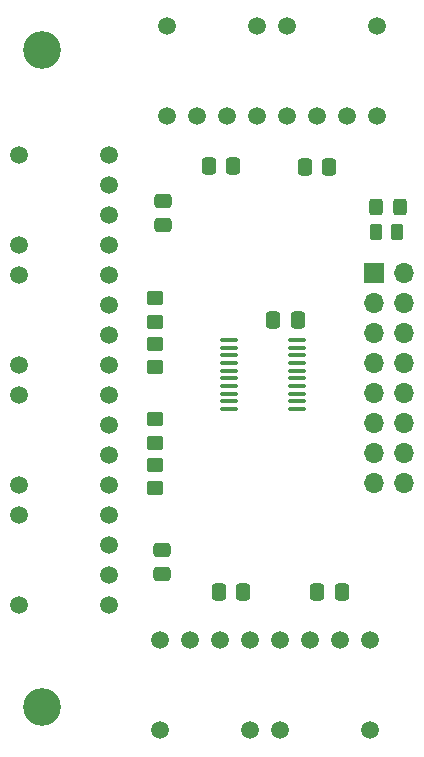
<source format=gts>
G04 #@! TF.GenerationSoftware,KiCad,Pcbnew,(6.0.6)*
G04 #@! TF.CreationDate,2022-08-29T16:25:24+02:00*
G04 #@! TF.ProjectId,optic-transceiver-board-2t6r,6f707469-632d-4747-9261-6e7363656976,rev?*
G04 #@! TF.SameCoordinates,Original*
G04 #@! TF.FileFunction,Soldermask,Top*
G04 #@! TF.FilePolarity,Negative*
%FSLAX46Y46*%
G04 Gerber Fmt 4.6, Leading zero omitted, Abs format (unit mm)*
G04 Created by KiCad (PCBNEW (6.0.6)) date 2022-08-29 16:25:24*
%MOMM*%
%LPD*%
G01*
G04 APERTURE LIST*
G04 Aperture macros list*
%AMRoundRect*
0 Rectangle with rounded corners*
0 $1 Rounding radius*
0 $2 $3 $4 $5 $6 $7 $8 $9 X,Y pos of 4 corners*
0 Add a 4 corners polygon primitive as box body*
4,1,4,$2,$3,$4,$5,$6,$7,$8,$9,$2,$3,0*
0 Add four circle primitives for the rounded corners*
1,1,$1+$1,$2,$3*
1,1,$1+$1,$4,$5*
1,1,$1+$1,$6,$7*
1,1,$1+$1,$8,$9*
0 Add four rect primitives between the rounded corners*
20,1,$1+$1,$2,$3,$4,$5,0*
20,1,$1+$1,$4,$5,$6,$7,0*
20,1,$1+$1,$6,$7,$8,$9,0*
20,1,$1+$1,$8,$9,$2,$3,0*%
G04 Aperture macros list end*
%ADD10RoundRect,0.250000X0.337500X0.475000X-0.337500X0.475000X-0.337500X-0.475000X0.337500X-0.475000X0*%
%ADD11RoundRect,0.250000X0.475000X-0.337500X0.475000X0.337500X-0.475000X0.337500X-0.475000X-0.337500X0*%
%ADD12RoundRect,0.250000X-0.325000X-0.450000X0.325000X-0.450000X0.325000X0.450000X-0.325000X0.450000X0*%
%ADD13RoundRect,0.250000X-0.337500X-0.475000X0.337500X-0.475000X0.337500X0.475000X-0.337500X0.475000X0*%
%ADD14RoundRect,0.250000X0.450000X-0.350000X0.450000X0.350000X-0.450000X0.350000X-0.450000X-0.350000X0*%
%ADD15C,3.200000*%
%ADD16C,1.515000*%
%ADD17RoundRect,0.250000X-0.450000X0.350000X-0.450000X-0.350000X0.450000X-0.350000X0.450000X0.350000X0*%
%ADD18RoundRect,0.250000X-0.262500X-0.450000X0.262500X-0.450000X0.262500X0.450000X-0.262500X0.450000X0*%
%ADD19R,1.700000X1.700000*%
%ADD20O,1.700000X1.700000*%
%ADD21RoundRect,0.100000X-0.637500X-0.100000X0.637500X-0.100000X0.637500X0.100000X-0.637500X0.100000X0*%
G04 APERTURE END LIST*
D10*
X112064800Y-92913200D03*
X109989800Y-92913200D03*
D11*
X96875600Y-91436100D03*
X96875600Y-89361100D03*
D12*
X114951400Y-60350400D03*
X117001400Y-60350400D03*
D13*
X108944500Y-56946800D03*
X111019500Y-56946800D03*
D14*
X96240600Y-80333600D03*
X96240600Y-78333600D03*
D15*
X86715600Y-47040800D03*
D14*
X96266000Y-84159600D03*
X96266000Y-82159600D03*
D16*
X107467400Y-52679600D03*
X110007400Y-52679600D03*
X112547400Y-52679600D03*
X115087400Y-52679600D03*
X115087400Y-45059600D03*
X107467400Y-45059600D03*
D17*
X96291400Y-71923400D03*
X96291400Y-73923400D03*
D16*
X92379800Y-94056200D03*
X92379800Y-91516200D03*
X92379800Y-88976200D03*
X92379800Y-86436200D03*
X84759800Y-86436200D03*
X84759800Y-94056200D03*
X114461800Y-97007800D03*
X111921800Y-97007800D03*
X109381800Y-97007800D03*
X106841800Y-97007800D03*
X106841800Y-104627800D03*
X114461800Y-104627800D03*
D18*
X114960400Y-62433200D03*
X116785400Y-62433200D03*
D16*
X92379800Y-83896200D03*
X92379800Y-81356200D03*
X92379800Y-78816200D03*
X92379800Y-76276200D03*
X84759800Y-76276200D03*
X84759800Y-83896200D03*
D19*
X114808000Y-65957800D03*
D20*
X117348000Y-65957800D03*
X114808000Y-68497800D03*
X117348000Y-68497800D03*
X114808000Y-71037800D03*
X117348000Y-71037800D03*
X114808000Y-73577800D03*
X117348000Y-73577800D03*
X114808000Y-76117800D03*
X117348000Y-76117800D03*
X114808000Y-78657800D03*
X117348000Y-78657800D03*
X114808000Y-81197800D03*
X117348000Y-81197800D03*
X114808000Y-83737800D03*
X117348000Y-83737800D03*
D14*
X96266000Y-70046600D03*
X96266000Y-68046600D03*
D15*
X86715600Y-102666800D03*
D16*
X92379800Y-63576200D03*
X92379800Y-61036200D03*
X92379800Y-58496200D03*
X92379800Y-55956200D03*
X84759800Y-55956200D03*
X84759800Y-63576200D03*
X104301600Y-97007800D03*
X101761600Y-97007800D03*
X99221600Y-97007800D03*
X96681600Y-97007800D03*
X96681600Y-104627800D03*
X104301600Y-104627800D03*
D21*
X102547500Y-71598600D03*
X102547500Y-72248600D03*
X102547500Y-72898600D03*
X102547500Y-73548600D03*
X102547500Y-74198600D03*
X102547500Y-74848600D03*
X102547500Y-75498600D03*
X102547500Y-76148600D03*
X102547500Y-76798600D03*
X102547500Y-77448600D03*
X108272500Y-77448600D03*
X108272500Y-76798600D03*
X108272500Y-76148600D03*
X108272500Y-75498600D03*
X108272500Y-74848600D03*
X108272500Y-74198600D03*
X108272500Y-73548600D03*
X108272500Y-72898600D03*
X108272500Y-72248600D03*
X108272500Y-71598600D03*
D11*
X96977200Y-61874400D03*
X96977200Y-59799400D03*
D16*
X97307400Y-52679600D03*
X99847400Y-52679600D03*
X102387400Y-52679600D03*
X104927400Y-52679600D03*
X104927400Y-45059600D03*
X97307400Y-45059600D03*
D13*
X100816500Y-56896000D03*
X102891500Y-56896000D03*
D16*
X92379800Y-73736200D03*
X92379800Y-71196200D03*
X92379800Y-68656200D03*
X92379800Y-66116200D03*
X84759800Y-66116200D03*
X84759800Y-73736200D03*
D13*
X106281400Y-69951600D03*
X108356400Y-69951600D03*
D10*
X103755100Y-92964000D03*
X101680100Y-92964000D03*
M02*

</source>
